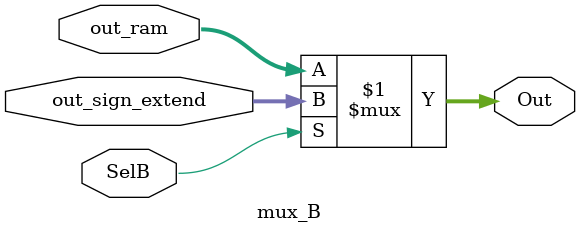
<source format=v>
`timescale 1ns / 1ps


module mux_B(
    input [15:0] out_ram,
    input [15:0] out_sign_extend,
    input SelB,
    
    output [15:0] Out
    );

    assign Out = (SelB) ? out_sign_extend : out_ram;

endmodule

</source>
